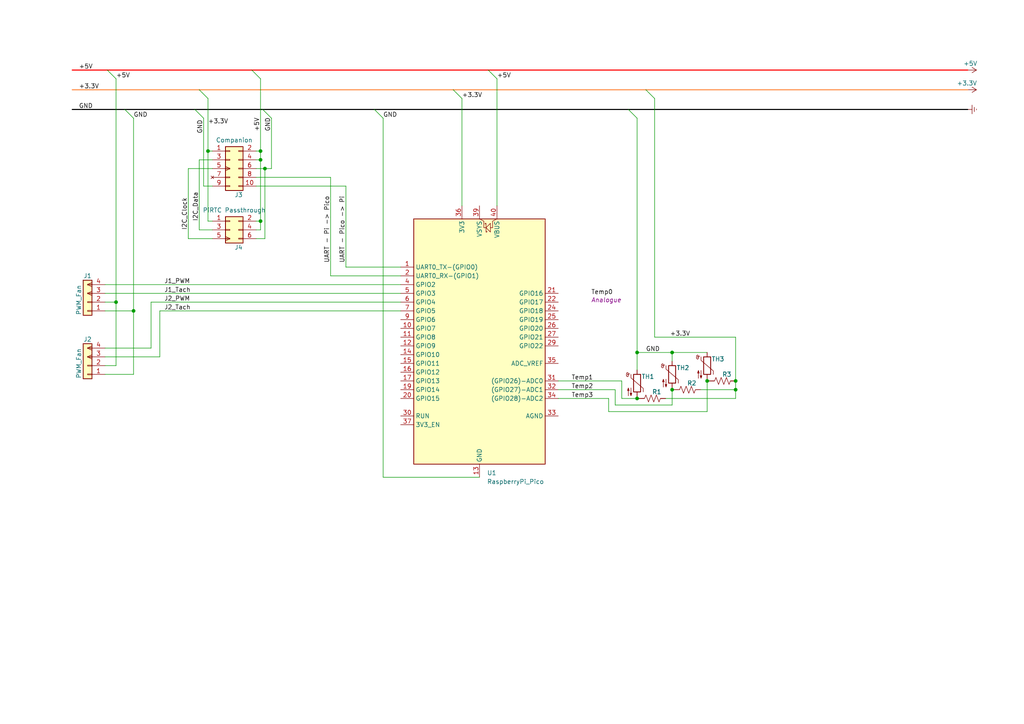
<source format=kicad_sch>
(kicad_sch (version 20230121) (generator eeschema)
  (paper "A4")
  (lib_symbols
    (symbol "Connector_Generic:Conn_01x04" (pin_names (offset 1.016) hide)
      (property "Reference" "J0" (at 0 -10.795 0))
      (property "Value" "PWM_Fan" (at 0 -8.255 0))
      (symbol "Conn_01x04_1_1"
        (rectangle (start -1.27 -4.953) (end 0 -5.207) (stroke (width 0.1524)))
        (rectangle (start -1.27 -2.413) (end 0 -2.667) (stroke (width 0.1524)))
        (rectangle (start -1.27 0.127) (end 0 -0.127) (stroke (width 0.1524)))
        (rectangle (start -1.27 2.667) (end 0 2.413) (stroke (width 0.1524)))
        (rectangle (start -1.27 3.81) (end 1.27 -6.35) (stroke (width 0.254)) (fill (type background)))
        (pin passive line (at -5.08 2.54 0) (length 3.81) (name "GND") (number "1"))
        (pin power_in line (at -5.08 0 0) (length 3.81) (name "V_in") (number "2"))
        (pin output clock (at -5.08 -2.54 0) (length 3.81) (name "Tach") (number "3"))
        (pin input clock (at -5.08 -5.08 0) (length 3.81) (name "PWM") (number "4"))
      )
    )
    (symbol "Connector_Generic:Conn_02x03_Odd_Even" (pin_names (offset 1.016) hide)
      (property "Reference" "J4" (at 2.54 -5.08 0))
      (property "Value" "PiRTC Passthrough" (at 1.27 5.715 0))
      (symbol "Conn_02x03_Odd_Even_1_1"
        (rectangle (start -1.27 -2.413) (end 0 -2.667) (stroke (width 0.1524)))
        (rectangle (start -1.27 0.127) (end 0 -0.127) (stroke (width 0.1524)))
        (rectangle (start -1.27 2.667) (end 0 2.413) (stroke (width 0.1524)))
        (rectangle (start -1.27 3.81) (end 3.81 -3.81) (stroke (width 0.254)) (fill (type background)))
        (rectangle (start 3.81 -2.413) (end 2.54 -2.667) (stroke (width 0.1524)))
        (rectangle (start 3.81 0.127) (end 2.54 -0.127) (stroke (width 0.1524)))
        (rectangle (start 3.81 2.667) (end 2.54 2.413) (stroke (width 0.1524)))
        (pin power_in line (at -5.08 2.54 0) (length 3.81) (name "+3.3V") (number "1"))
        (pin power_in line (at 7.62 2.54 180) (length 3.81) (name "+5V") (number "2"))
        (pin bidirectional line (at -5.08 0 0) (length 3.81) (name "I2C_Data") (number "3"))
        (pin power_in line (at 7.62 0 180) (length 3.81) (name "+5V") (number "4"))
        (pin input clock (at -5.08 -2.54 0) (length 3.81) (name "I2C_Clk") (number "5"))
        (pin passive line (at 7.62 -2.54 180) (length 3.81) (name "GND") (number "6"))
      )
    )
    (symbol "Connector_Generic:Conn_02x05_Odd_Even" (pin_names (offset 1.016) hide)
      (property "Reference" "J3" (at 2.54 -7.62 0))
      (property "Value" "Companion" (at 1.27 8.255 0))
      (symbol "Conn_02x05_Odd_Even_1_1"
        (rectangle (start -1.27 -4.953) (end 0 -5.207) (stroke (width 0.1524)))
        (rectangle (start -1.27 -2.413) (end 0 -2.667) (stroke (width 0.1524)))
        (rectangle (start -1.27 0.127) (end 0 -0.127) (stroke (width 0.1524)))
        (rectangle (start -1.27 2.667) (end 0 2.413) (stroke (width 0.1524)))
        (rectangle (start -1.27 5.207) (end 0 4.953) (stroke (width 0.1524)))
        (rectangle (start -1.27 6.35) (end 3.81 -6.35) (stroke (width 0.254)) (fill (type background)))
        (rectangle (start 3.81 -4.953) (end 2.54 -5.207) (stroke (width 0.1524)))
        (rectangle (start 3.81 -2.413) (end 2.54 -2.667) (stroke (width 0.1524)))
        (rectangle (start 3.81 0.127) (end 2.54 -0.127) (stroke (width 0.1524)))
        (rectangle (start 3.81 2.667) (end 2.54 2.413) (stroke (width 0.1524)))
        (rectangle (start 3.81 5.207) (end 2.54 4.953) (stroke (width 0.1524)))
        (pin power_in line (at -5.08 5.08 0) (length 3.81) (name "+3.3V") (number "1"))
        (pin input line (at 7.62 -5.08 180) (length 3.81) (name "UART_RX") (number "10"))
        (pin power_out line (at 7.62 5.08 180) (length 3.81) (name "+5V") (number "2"))
        (pin bidirectional line (at -5.08 2.54 0) (length 3.81) (name "I2C_Data") (number "3"))
        (pin power_out line (at 7.62 2.54 180) (length 3.81) (name "+5V") (number "4"))
        (pin output clock (at -5.08 0 0) (length 3.81) (name "I2C_Clk") (number "5"))
        (pin passive line (at 7.62 0 180) (length 3.81) (name "GND") (number "6"))
        (pin no_connect line (at -5.08 -2.54 0) (length 3.81) (name "UART_TX") (number "7"))
        (pin output line (at 7.62 -2.54 180) (length 3.81) (name "UART_TX") (number "8"))
        (pin passive line (at -5.08 -5.08 0) (length 3.81) (name "GND") (number "9"))
      )
    )
    (symbol "Device:R_US" (pin_numbers hide) (pin_names (offset 0))
      (property "Reference" "R" (at 2.54 0 90))
      (property "Value" "R_US" (at -2.54 0 90))
      (symbol "R_US_0_1"
        (polyline (pts (xy 0 -2.286) (xy 0 -2.54)))
        (polyline (pts (xy 0 2.286) (xy 0 2.54)))
        (polyline (pts (xy 0 -0.762) (xy 1.016 -1.143) (xy 0 -1.524) (xy -1.016 -1.905) (xy 0 -2.286)))
        (polyline (pts (xy 0 0.762) (xy 1.016 0.381) (xy 0 0) (xy -1.016 -0.381) (xy 0 -0.762)))
        (polyline (pts (xy 0 2.286) (xy 1.016 1.905) (xy 0 1.524) (xy -1.016 1.143) (xy 0 0.762)))
      )
      (symbol "R_US_1_1"
        (pin passive line (at 0 3.81 270) (length 1.27) (name "~") (number "1"))
        (pin passive line (at 0 -3.81 90) (length 1.27) (name "~") (number "2"))
      )
    )
    (symbol "Device:Thermistor_NTC" (pin_numbers hide) (pin_names (offset 0))
      (property "Reference" "TH" (at -4.445 0 90))
      (property "Value" "Thermistor_NTC" (at 3.175 0 90))
      (symbol "Thermistor_NTC_0_1"
        (arc (start -3.048 2.159) (mid -3.0495 2.3143) (end -3.175 2.413))
        (arc (start -3.048 2.159) (mid -2.9736 1.9794) (end -2.794 1.905))
        (arc (start -3.048 2.794) (mid -2.9736 2.6144) (end -2.794 2.54))
        (arc (start -2.794 1.905) (mid -2.6144 1.9794) (end -2.54 2.159))
        (arc (start -2.794 2.54) (mid -2.4393 2.5587) (end -2.159 2.794))
        (arc (start -2.794 3.048) (mid -2.9736 2.9736) (end -3.048 2.794))
        (arc (start -2.54 2.794) (mid -2.6144 2.9736) (end -2.794 3.048))
        (rectangle (start -1.016 2.54) (end 1.016 -2.54) (stroke (width 0.254)))
        (polyline (pts (xy -2.54 2.159) (xy -2.54 2.794)))
        (polyline (pts (xy -1.778 2.54) (xy -1.778 1.524) (xy 1.778 -1.524) (xy 1.778 -2.54)))
        (polyline (pts (xy -2.54 -3.683) (xy -2.54 -1.397) (xy -2.794 -2.159) (xy -2.286 -2.159) (xy -2.54 -1.397) (xy -2.54 -1.651)) (fill (type outline)))
        (polyline (pts (xy -1.778 -1.397) (xy -1.778 -3.683) (xy -2.032 -2.921) (xy -1.524 -2.921) (xy -1.778 -3.683) (xy -1.778 -3.429)) (fill (type outline)))
      )
      (symbol "Thermistor_NTC_1_1"
        (pin passive line (at 0 3.81 270) (length 1.27) (name "~") (number "1"))
        (pin passive line (at 0 -3.81 90) (length 1.27) (name "~") (number "2"))
      )
    )
    (symbol "RaspberryPi_Pico:RaspberryPi_Pico"
      (property "Reference" "U1" (at 2.1941 -36.83 0))
      (property "Value" "RaspberryPi_Pico" (at 2.1941 -39.37 0))
      (symbol "RaspberryPi_Pico_0_1"
        (rectangle (start -19.05 36.83) (end 19.05 -34.29) (stroke (width 0.254)) (fill (type background)))
        (polyline (pts (xy 0 36.83) (xy 1.27 36.195) (xy 1.27 34.29) (xy 1.905 34.29)))
        (polyline (pts (xy 1.905 34.29) (xy 3.175 35.56) (xy 3.175 33.02) (xy 1.905 34.29)))
        (polyline (pts (xy 5.08 36.83) (xy 3.81 36.195) (xy 3.81 34.29) (xy 3.175 34.29)))
        (polyline (pts (xy 1.651 35.306) (xy 1.651 35.56) (xy 1.905 35.56) (xy 1.905 33.02) (xy 2.159 33.02) (xy 2.159 33.274)))
      )
      (symbol "RaspberryPi_Pico_1_1"
        (pin output line (at -22.86 22.86 0) (length 3.81) (name "UART0_TX-(GPIO0)") (number "1"))
        (pin bidirectional line (at -22.86 5.08 0) (length 3.81) (name "GPIO7") (number "10"))
        (pin bidirectional line (at -22.86 2.54 0) (length 3.81) (name "GPIO8") (number "11"))
        (pin bidirectional line (at -22.86 0 0) (length 3.81) (name "GPIO9") (number "12"))
        (pin power_out line (at 0 -38.1 90) (length 3.81) (name "GND") (number "13"))
        (pin bidirectional line (at -22.86 -2.54 0) (length 3.81) (name "GPIO10") (number "14"))
        (pin bidirectional line (at -22.86 -5.08 0) (length 3.81) (name "GPIO11") (number "15"))
        (pin bidirectional line (at -22.86 -7.62 0) (length 3.81) (name "GPIO12") (number "16"))
        (pin bidirectional line (at -22.86 -10.16 0) (length 3.81) (name "GPIO13") (number "17"))
        (pin passive line (at 0 -38.1 90) (length 3.81) hide (name "GND") (number "18"))
        (pin bidirectional line (at -22.86 -12.7 0) (length 3.81) (name "GPIO14") (number "19"))
        (pin input line (at -22.86 20.32 0) (length 3.81) (name "UART0_RX-(GPIO1)") (number "2"))
        (pin bidirectional line (at -22.86 -15.24 0) (length 3.81) (name "GPIO15") (number "20"))
        (pin bidirectional line (at 22.86 15.24 180) (length 3.81) (name "GPIO16") (number "21"))
        (pin bidirectional line (at 22.86 12.7 180) (length 3.81) (name "GPIO17") (number "22"))
        (pin passive line (at 0 -38.1 90) (length 3.81) hide (name "GND") (number "23"))
        (pin bidirectional line (at 22.86 10.16 180) (length 3.81) (name "GPIO18") (number "24"))
        (pin bidirectional line (at 22.86 7.62 180) (length 3.81) (name "GPIO19") (number "25"))
        (pin bidirectional line (at 22.86 5.08 180) (length 3.81) (name "GPIO20") (number "26"))
        (pin bidirectional line (at 22.86 2.54 180) (length 3.81) (name "GPIO21") (number "27"))
        (pin passive line (at 0 -38.1 90) (length 3.81) hide (name "GND") (number "28"))
        (pin bidirectional line (at 22.86 0 180) (length 3.81) (name "GPIO22") (number "29"))
        (pin passive line (at 0 -38.1 90) (length 3.81) hide (name "GND") (number "3"))
        (pin input line (at -22.86 -20.32 0) (length 3.81) (name "RUN") (number "30"))
        (pin bidirectional line (at 22.86 -10.16 180) (length 3.81) (name "(GPIO26)-ADC0") (number "31"))
        (pin bidirectional line (at 22.86 -12.7 180) (length 3.81) (name "(GPIO27)-ADC1") (number "32"))
        (pin power_in line (at 22.86 -20.32 180) (length 3.81) (name "AGND") (number "33"))
        (pin bidirectional line (at 22.86 -15.24 180) (length 3.81) (name "(GPIO28)-ADC2") (number "34"))
        (pin power_in line (at 22.86 -5.08 180) (length 3.81) (name "ADC_VREF") (number "35"))
        (pin power_out line (at -5.08 40.64 270) (length 3.81) (name "3V3") (number "36"))
        (pin input line (at -22.86 -22.86 0) (length 3.81) (name "3V3_EN") (number "37"))
        (pin passive line (at 0 -38.1 90) (length 3.81) hide (name "GND") (number "38"))
        (pin power_in line (at 0 40.64 270) (length 3.81) (name "VSYS") (number "39"))
        (pin bidirectional line (at -22.86 17.78 0) (length 3.81) (name "GPIO2") (number "4"))
        (pin power_out line (at 5.08 40.64 270) (length 3.81) (name "VBUS") (number "40"))
        (pin bidirectional line (at -22.86 15.24 0) (length 3.81) (name "GPIO3") (number "5"))
        (pin bidirectional line (at -22.86 12.7 0) (length 3.81) (name "GPIO4") (number "6"))
        (pin bidirectional line (at -22.86 10.16 0) (length 3.81) (name "GPIO5") (number "7"))
        (pin passive line (at 0 -38.1 90) (length 3.81) hide (name "GND") (number "8"))
        (pin bidirectional line (at -22.86 7.62 0) (length 3.81) (name "GPIO6") (number "9"))
      )
    )
    (symbol "power:+3.3V" (power) (pin_names (offset 0))
      (property "Value" "+3.3V" (at 0 3.556 0))
      (symbol "+3.3V_0_1"
        (polyline (pts (xy -0.762 1.27) (xy 0 2.54)))
        (polyline (pts (xy 0 0) (xy 0 2.54)))
        (polyline (pts (xy 0 2.54) (xy 0.762 1.27)))
      )
      (symbol "+3.3V_1_1"
        (pin power_in line (at 0 0 90) (length 0) hide (name "+3.3V") (number "1"))
      )
    )
    (symbol "power:+5V" (power) (pin_names (offset 0))
      (property "Value" "+5V" (at 0 3.556 0))
      (symbol "+5V_0_1"
        (polyline (pts (xy -0.762 1.27) (xy 0 2.54)))
        (polyline (pts (xy 0 0) (xy 0 2.54)))
        (polyline (pts (xy 0 2.54) (xy 0.762 1.27)))
      )
      (symbol "+5V_1_1"
        (pin power_in line (at 0 0 90) (length 0) hide (name "+5V") (number "1"))
      )
    )
    (symbol "power:Earth" (power) (pin_names (offset 0))
      (symbol "Earth_0_1"
        (polyline (pts (xy -0.635 -1.905) (xy 0.635 -1.905)))
        (polyline (pts (xy -0.127 -2.54) (xy 0.127 -2.54)))
        (polyline (pts (xy 0 -1.27) (xy 0 0)))
        (polyline (pts (xy 1.27 -1.27) (xy -1.27 -1.27)))
      )
      (symbol "Earth_1_1"
        (pin power_in line (at 0 0 270) (length 0) hide (name "Earth") (number "1"))
      )
    )
  )
  (junction (at 184.785 115.57))
  (junction (at 60.325 43.815))
  (junction (at 205.105 110.49))
  (junction (at 194.945 102.235))
  (junction (at 213.36 110.49))
  (junction (at 76.835 48.895))
  (junction (at 75.565 46.355))
  (junction (at 184.785 102.235))
  (junction (at 75.565 43.815))
  (junction (at 38.735 90.17))
  (junction (at 33.655 87.63))
  (junction (at 194.945 113.03))
  (junction (at 213.36 113.03))
  (junction (at 75.565 64.135))
  (bus_entry (at 108.585 31.75) (size 2.54 2.54))
  (bus_entry (at 187.325 26.035) (size 2.54 2.54))
  (bus_entry (at 36.195 31.75) (size 2.54 2.54))
  (bus_entry (at 131.445 26.035) (size 2.54 2.54))
  (bus_entry (at 56.515 31.75) (size 2.54 2.54))
  (bus_entry (at 141.605 20.32) (size 2.54 2.54))
  (bus_entry (at 73.025 20.32) (size 2.54 2.54))
  (bus_entry (at 76.2 31.75) (size 2.54 2.54))
  (bus_entry (at 57.785 26.035) (size 2.54 2.54))
  (bus_entry (at 182.245 31.75) (size 2.54 2.54))
  (bus_entry (at 31.115 20.32) (size 2.54 2.54))
  (wire (pts (xy 100.33 53.975) (xy 100.33 77.47)))
  (wire (pts (xy 46.355 90.17) (xy 46.355 103.505)))
  (wire (pts (xy 38.735 108.585) (xy 38.735 90.17)))
  (wire (pts (xy 203.2 113.03) (xy 213.36 113.03)))
  (wire (pts (xy 46.355 103.505) (xy 30.48 103.505)))
  (bus (pts (xy 20.955 26.035) (xy 57.785 26.035)) (stroke (width 0) (color 255 141 71 1)))
  (wire (pts (xy 43.815 100.965) (xy 30.48 100.965)))
  (wire (pts (xy 33.655 106.045) (xy 33.655 87.63)))
  (bus (pts (xy 108.585 31.75) (xy 182.245 31.75)) (stroke (width 0) (color 0 0 0 1)))
  (wire (pts (xy 57.785 66.675) (xy 61.595 66.675)))
  (wire (pts (xy 213.36 113.03) (xy 213.36 110.49)))
  (wire (pts (xy 76.835 69.215) (xy 76.835 48.895)))
  (wire (pts (xy 205.105 110.49) (xy 205.105 119.38)))
  (wire (pts (xy 43.815 87.63) (xy 116.205 87.63)))
  (bus (pts (xy 187.325 26.035) (xy 280.67 26.035)) (stroke (width 0) (color 255 141 71 1)))
  (wire (pts (xy 180.34 115.57) (xy 184.785 115.57)))
  (wire (pts (xy 74.295 46.355) (xy 75.565 46.355)))
  (wire (pts (xy 60.325 43.815) (xy 60.325 64.135)))
  (wire (pts (xy 74.295 66.675) (xy 75.565 66.675)))
  (wire (pts (xy 205.74 110.49) (xy 205.105 110.49)))
  (wire (pts (xy 30.48 85.09) (xy 116.205 85.09)))
  (wire (pts (xy 194.945 112.395) (xy 194.945 113.03)))
  (wire (pts (xy 75.565 46.355) (xy 75.565 43.815)))
  (wire (pts (xy 180.34 115.57) (xy 180.34 110.49)))
  (wire (pts (xy 30.48 108.585) (xy 38.735 108.585)))
  (wire (pts (xy 43.815 87.63) (xy 43.815 100.965)))
  (wire (pts (xy 95.885 51.435) (xy 95.885 80.01)))
  (bus (pts (xy 131.445 26.035) (xy 187.325 26.035)) (stroke (width 0) (color 255 141 71 1)))
  (wire (pts (xy 75.565 22.86) (xy 75.565 43.815)))
  (wire (pts (xy 54.61 48.895) (xy 54.61 69.215)))
  (wire (pts (xy 74.295 69.215) (xy 76.835 69.215)))
  (wire (pts (xy 193.04 115.57) (xy 213.36 115.57)))
  (bus (pts (xy 73.025 20.32) (xy 141.605 20.32)) (stroke (width 0) (color 255 0 0 1)))
  (wire (pts (xy 176.53 119.38) (xy 176.53 115.57)))
  (wire (pts (xy 59.055 53.975) (xy 61.595 53.975)))
  (bus (pts (xy 36.195 31.75) (xy 56.515 31.75)) (stroke (width 0) (color 0 0 0 1)))
  (wire (pts (xy 176.53 115.57) (xy 161.925 115.57)))
  (wire (pts (xy 194.945 102.235) (xy 194.945 104.775)))
  (wire (pts (xy 133.985 59.69) (xy 133.985 28.575)))
  (wire (pts (xy 213.36 110.49) (xy 213.36 97.79)))
  (bus (pts (xy 31.115 20.32) (xy 73.025 20.32)) (stroke (width 0) (color 255 0 0 1)))
  (wire (pts (xy 30.48 87.63) (xy 33.655 87.63)))
  (wire (pts (xy 78.74 48.895) (xy 78.74 34.29)))
  (wire (pts (xy 59.055 34.29) (xy 59.055 53.975)))
  (bus (pts (xy 182.245 31.75) (xy 280.67 31.75)) (stroke (width 0) (color 0 0 0 1)))
  (wire (pts (xy 100.33 53.975) (xy 74.295 53.975)))
  (wire (pts (xy 30.48 90.17) (xy 38.735 90.17)))
  (wire (pts (xy 178.435 117.475) (xy 178.435 113.03)))
  (wire (pts (xy 178.435 113.03) (xy 161.925 113.03)))
  (wire (pts (xy 95.885 80.01) (xy 116.205 80.01)))
  (wire (pts (xy 30.48 82.55) (xy 116.205 82.55)))
  (wire (pts (xy 74.295 51.435) (xy 95.885 51.435)))
  (wire (pts (xy 75.565 43.815) (xy 74.295 43.815)))
  (wire (pts (xy 185.42 115.57) (xy 184.785 115.57)))
  (wire (pts (xy 194.945 117.475) (xy 178.435 117.475)))
  (wire (pts (xy 74.295 48.895) (xy 76.835 48.895)))
  (wire (pts (xy 57.785 46.355) (xy 57.785 66.675)))
  (wire (pts (xy 184.785 102.235) (xy 184.785 107.315)))
  (bus (pts (xy 20.955 20.32) (xy 31.115 20.32)) (stroke (width 0) (color 255 0 0 1)))
  (wire (pts (xy 30.48 106.045) (xy 33.655 106.045)))
  (wire (pts (xy 213.36 97.79) (xy 189.865 97.79)))
  (wire (pts (xy 195.58 113.03) (xy 194.945 113.03)))
  (wire (pts (xy 74.295 64.135) (xy 75.565 64.135)))
  (wire (pts (xy 213.36 115.57) (xy 213.36 113.03)))
  (wire (pts (xy 116.205 77.47) (xy 100.33 77.47)))
  (wire (pts (xy 184.785 114.935) (xy 184.785 115.57)))
  (wire (pts (xy 75.565 66.675) (xy 75.565 64.135)))
  (wire (pts (xy 180.34 110.49) (xy 161.925 110.49)))
  (wire (pts (xy 194.945 113.03) (xy 194.945 117.475)))
  (bus (pts (xy 56.515 31.75) (xy 76.2 31.75)) (stroke (width 0) (color 0 0 0 1)))
  (bus (pts (xy 20.955 31.75) (xy 36.195 31.75)) (stroke (width 0) (color 0 0 0 1)))
  (wire (pts (xy 205.105 109.855) (xy 205.105 110.49)))
  (bus (pts (xy 141.605 20.32) (xy 280.67 20.32)) (stroke (width 0) (color 255 0 0 1)))
  (wire (pts (xy 33.655 22.86) (xy 33.655 87.63)))
  (wire (pts (xy 194.945 102.235) (xy 184.785 102.235)))
  (wire (pts (xy 111.125 34.29) (xy 111.125 138.43)))
  (wire (pts (xy 54.61 69.215) (xy 61.595 69.215)))
  (bus (pts (xy 76.2 31.75) (xy 108.585 31.75)) (stroke (width 0) (color 0 0 0 1)))
  (wire (pts (xy 76.835 48.895) (xy 78.74 48.895)))
  (wire (pts (xy 144.145 59.69) (xy 144.145 22.86)))
  (wire (pts (xy 205.105 102.235) (xy 194.945 102.235)))
  (wire (pts (xy 60.325 28.575) (xy 60.325 43.815)))
  (wire (pts (xy 189.865 28.575) (xy 189.865 97.79)))
  (wire (pts (xy 184.785 102.235) (xy 184.785 34.29)))
  (wire (pts (xy 60.325 43.815) (xy 61.595 43.815)))
  (wire (pts (xy 75.565 64.135) (xy 75.565 46.355)))
  (wire (pts (xy 46.355 90.17) (xy 116.205 90.17)))
  (wire (pts (xy 205.105 119.38) (xy 176.53 119.38)))
  (bus (pts (xy 57.785 26.035) (xy 131.445 26.035)) (stroke (width 0) (color 255 141 71 1)))
  (wire (pts (xy 61.595 48.895) (xy 54.61 48.895)))
  (wire (pts (xy 111.125 138.43) (xy 139.065 138.43)))
  (wire (pts (xy 38.735 90.17) (xy 38.735 34.29)))
  (wire (pts (xy 61.595 46.355) (xy 57.785 46.355)))
  (wire (pts (xy 60.325 64.135) (xy 61.595 64.135)))
  (label "+3.3V" (at 22.86 26.035 0))
  (label "J2_PWM" (at 47.625 87.63 0))
  (label "Temp2" (at 165.735 113.03 0) (property "Netclass" "Analogue" (effects hide)))
  (label "+3.3V" (at 60.325 36.195 0))
  (label "J1_PWM" (at 47.625 82.55 0))
  (label "Temp0" (at 171.45 85.725 0) (property "Netclass" "Analogue" (at 171.45 86.995 0) (effects (font italic) (justify left))))
  (label "J2_Tach" (at 47.625 90.17 0))
  (label "UART - Pi -> Pico" (at 95.885 76.2 90))
  (label "GND" (at 59.055 38.735 90))
  (label "+3.3V" (at 133.985 28.575 0))
  (label "Temp3" (at 165.735 115.57 0) (property "Netclass" "Analogue" (effects hide)))
  (label "+5V" (at 75.565 38.1 90))
  (label "+5V" (at 22.86 20.32 0))
  (label "UART - Pico -> Pi" (at 100.33 76.2 90))
  (label "GND" (at 187.325 102.235 0))
  (label "GND" (at 22.86 31.75 0))
  (label "J1_Tach" (at 47.625 85.09 0))
  (label "I2C_Data" (at 57.785 64.135 90))
  (label "Temp1" (at 165.735 110.49 0) (property "Netclass" "Analogue" (effects hide)))
  (label "GND" (at 111.125 34.29 0))
  (label "+5V" (at 33.655 22.86 0))
  (label "GND" (at 38.735 34.29 0))
  (label "I2C_Clock" (at 54.61 66.675 90))
  (label "GND" (at 78.74 38.1 90))
  (label "+3.3V" (at 194.31 97.79 0))
  (label "+5V" (at 144.145 22.86 0))
  (symbol (lib_id "Connector_Generic:Conn_02x03_Odd_Even") (at 66.675 66.675 0) (unit 1)
    (property "Reference" "J4" (at 69.215 71.755 0))
    (property "Value" "PiRTC Passthrough" (at 67.945 60.96 0))
    (property "Footprint" "Connector_IDC:IDC-Header_2x03_P2.54mm_Vertical" (effects hide))
  )
  (symbol (lib_id "Device:R_US") (at 199.39 113.03 90) (unit 1)
    (property "Reference" "R2" (at 200.66 111.125 90))
    (property "Value" "R_US" (effects hide))
    (property "Footprint" "Resistor_THT:R_Axial_DIN0204_L3.6mm_D1.6mm_P5.08mm_Horizontal" (effects hide))
  )
  (symbol (lib_id "RaspberryPi_Pico:RaspberryPi_Pico") (at 139.065 100.33 0) (unit 1)
    (property "Reference" "U1" (at 141.2591 137.16 0) (effects (justify left)))
    (property "Value" "RaspberryPi_Pico" (at 141.2591 139.7 0) (effects (justify left)))
    (property "Footprint" "Module_RaspberryPi_Pico:RaspberryPi_Pico_Common" (effects hide))
    (property "Datasheet" "https://datasheets.raspberrypi.com/pico/pico-datasheet.pdf" (effects hide))
  )
  (symbol (lib_id "power:+5V") (at 280.67 20.32 270) (unit 1)
    (property "Reference" "#PWR01" (effects hide))
    (property "Value" "+5V" (at 279.4 18.415 90) (effects (justify left)))
  )
  (symbol (lib_id "Device:R_US") (at 189.23 115.57 90) (unit 1)
    (property "Reference" "R1" (at 190.5 113.665 90))
    (property "Value" "R_US" (effects hide))
    (property "Footprint" "Resistor_THT:R_Axial_DIN0204_L3.6mm_D1.6mm_P5.08mm_Horizontal" (effects hide))
  )
  (symbol (lib_id "Connector_Generic:Conn_01x04") (at 25.4 106.045 180) (unit 1)
    (property "Reference" "J2" (at 25.4 98.425 0))
    (property "Value" "PWM_Fan" (at 22.86 105.41 90))
    (property "Footprint" "Connector:FanPinHeader_1x04_P2.54mm_Vertical" (effects hide))
  )
  (symbol (lib_id "Connector_Generic:Conn_02x05_Odd_Even") (at 66.675 48.895 0) (unit 1)
    (property "Reference" "J3" (at 69.215 56.515 0))
    (property "Value" "Companion" (at 67.945 40.64 0))
    (property "Footprint" "Connector_IDC:IDC-Header_2x05_P2.54mm_Vertical" (effects hide))
  )
  (symbol (lib_id "power:Earth") (at 280.67 31.75 90) (unit 1)
    (property "Reference" "#PWR03" (effects hide))
    (property "Value" "Earth" (effects hide))
  )
  (symbol (lib_id "Device:Thermistor_NTC") (at 205.105 106.045 0) (unit 1)
    (property "Reference" "TH3" (at 206.375 104.14 0) (effects (justify left)))
    (property "Value" "Thermistor_NTC" (effects hide))
    (property "Footprint" "Resistor_THT:R_Axial_DIN0204_L3.6mm_D1.6mm_P2.54mm_Vertical" (effects hide))
  )
  (symbol (lib_id "Connector_Generic:Conn_01x04") (at 25.4 87.63 180) (unit 1)
    (property "Reference" "J1" (at 25.4 80.01 0))
    (property "Value" "PWM_Fan" (at 22.86 86.995 90))
    (property "Footprint" "Connector:FanPinHeader_1x04_P2.54mm_Vertical" (effects hide))
  )
  (symbol (lib_id "Device:R_US") (at 209.55 110.49 90) (unit 1)
    (property "Reference" "R3" (at 210.82 108.585 90))
    (property "Value" "R_US" (effects hide))
    (property "Footprint" "Resistor_THT:R_Axial_DIN0204_L3.6mm_D1.6mm_P5.08mm_Horizontal" (effects hide))
  )
  (symbol (lib_id "Device:Thermistor_NTC") (at 194.945 108.585 0) (unit 1)
    (property "Reference" "TH2" (at 196.215 106.68 0) (effects (justify left)))
    (property "Value" "Thermistor_NTC" (effects hide))
    (property "Footprint" "Resistor_THT:R_Axial_DIN0204_L3.6mm_D1.6mm_P2.54mm_Vertical" (effects hide))
  )
  (symbol (lib_id "power:+3.3V") (at 280.67 26.035 270) (unit 1)
    (property "Reference" "#PWR02" (effects hide))
    (property "Value" "+3.3V" (at 277.495 24.13 90) (effects (justify left)))
  )
  (symbol (lib_id "Device:Thermistor_NTC") (at 184.785 111.125 0) (unit 1)
    (property "Reference" "TH1" (at 186.055 109.22 0) (effects (justify left)))
    (property "Value" "Thermistor_NTC" (effects hide))
    (property "Footprint" "Resistor_THT:R_Axial_DIN0204_L3.6mm_D1.6mm_P2.54mm_Vertical" (effects hide))
  )
)
</source>
